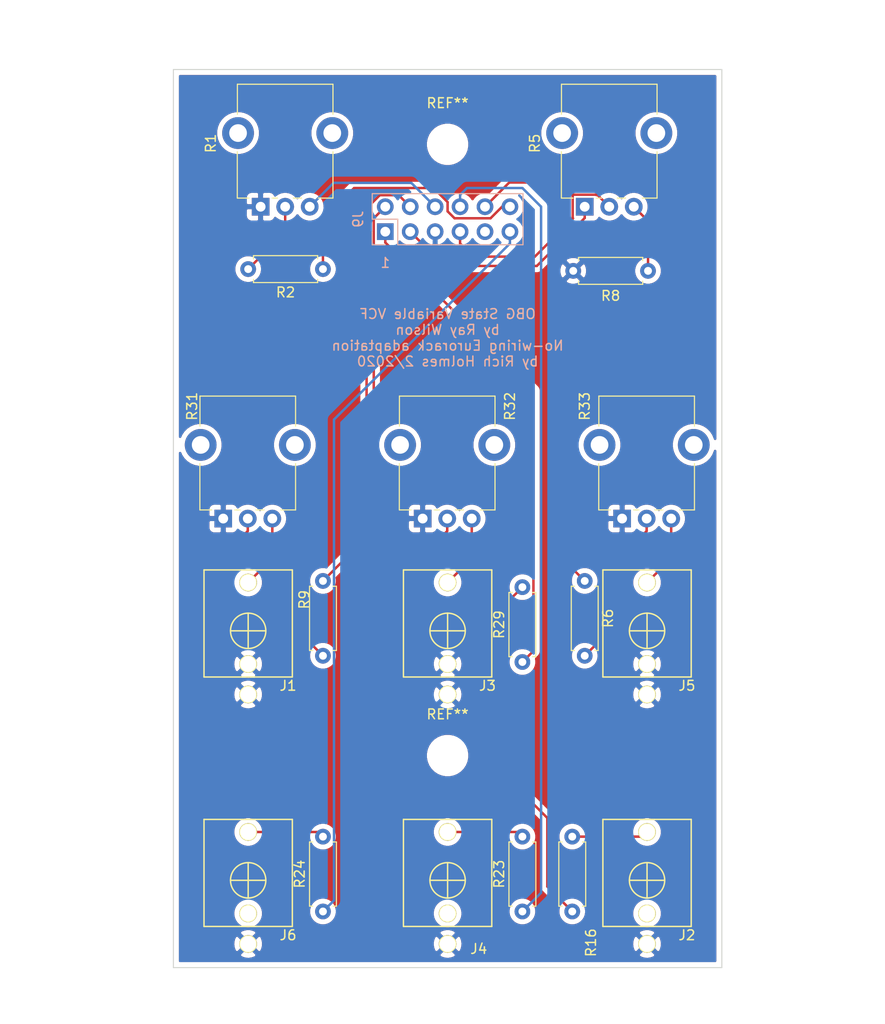
<source format=kicad_pcb>
(kicad_pcb (version 20171130) (host pcbnew 5.1.5-52549c5~84~ubuntu18.04.1)
  (layers (0 F.Cu signal) (31 B.Cu signal) (34 B.Paste user) (35 F.Paste user) (36 B.SilkS user) (37 F.SilkS user) (38 B.Mask user) (39 F.Mask user) (44 Edge.Cuts user))
  (net 0 "")
  (net 1 GND)
  (net 2 +12V)
  (net 3 SigIn)
  (net 4 HP)
  (net 5 "Net-(J2-Pad2)")
  (net 6 CVIn)
  (net 7 BP)
  (net 8 "Net-(J4-Pad2)")
  (net 9 LP)
  (net 10 "Net-(J6-Pad2)")
  (net 11 Res1)
  (net 12 "Net-(J1-Pad3)")
  (net 13 "Net-(J3-Pad3)")
  (net 14 "Net-(J5-Pad3)")
  (net 15 "Net-(J2-Pad3)")
  (net 16 "Net-(J4-Pad3)")
  (net 17 "Net-(J6-Pad3)")
  (net 18 "Net-(R1-Pad2)")
  (net 19 "Net-(R33-Pad2)")
  (net 20 "Net-(R31-Pad2)")
  (net 21 "Net-(R29-Pad2)")
  (net 22 Res2)
  (net 23 "R1(2)")
  (net 24 SigIn2)
  (net 25 "Net-(J9-Pad9)")
  (net 26 "Net-(R5-Pad3)")
  (module MountingHole:MountingHole_3.2mm_M3 (layer F.Cu) (at 139.7 133.35)
    (fp_text reference REF** (at 0 -4.2) (layer F.SilkS))
    (fp_text value MountingHole_3.2mm_M3)
    (pad 1 np_thru_hole circle (at 0 0) (size 3.2 3.2) (drill 3.2) (layers *.Cu *.Mask))
  )
  (module MountingHole:MountingHole_3.2mm_M3 (layer F.Cu) (at 139.7 71.12)
    (fp_text reference REF** (at 0 -4.2) (layer F.SilkS))
    (fp_text value MountingHole_3.2mm_M3)
    (pad 1 np_thru_hole circle (at 0 0) (size 3.2 3.2) (drill 3.2) (layers *.Cu *.Mask))
  )
  (module Resistor_THT:R_Axial_DIN0207_L6.3mm_D2.5mm_P7.62mm_Horizontal (layer F.Cu) (at 152.5 84)
    (fp_text reference R8 (at 3.81 2.54) (layer F.SilkS))
    (fp_text value 9.1k)
    (fp_line (start 7.08 1.37) (end 7.08 1.04) (layer F.SilkS) (width 0.12))
    (fp_line (start 0.54 1.37) (end 7.08 1.37) (layer F.SilkS) (width 0.12))
    (fp_line (start 0.54 1.04) (end 0.54 1.37) (layer F.SilkS) (width 0.12))
    (fp_line (start 7.08 -1.37) (end 7.08 -1.04) (layer F.SilkS) (width 0.12))
    (fp_line (start 0.54 -1.37) (end 7.08 -1.37) (layer F.SilkS) (width 0.12))
    (fp_line (start 0.54 -1.04) (end 0.54 -1.37) (layer F.SilkS) (width 0.12))
    (pad 2 thru_hole oval (at 7.62 0) (size 1.6 1.6) (drill 0.8) (layers *.Cu *.Mask) (net 26 "Net-(R5-Pad3)"))
    (pad 1 thru_hole circle (at 0 0) (size 1.6 1.6) (drill 0.8) (layers *.Cu *.Mask) (net 1 GND))
  )
  (module Eurocad:PJ301M-12 (layer F.Cu) (at 139.7 120.65)
    (fp_text reference J3 (at 4.064 5.588) (layer F.SilkS))
    (fp_text value AudioJack2)
    (fp_line (start -4.5 -6.2) (end 4.5 -6.2) (layer F.SilkS) (width 0.15))
    (fp_line (start -4.5 4.7) (end 4.5 4.7) (layer F.SilkS) (width 0.15))
    (fp_line (start -4.5 -6.2) (end -4.5 4.7) (layer F.SilkS) (width 0.15))
    (fp_line (start 4.5 -6.2) (end 4.5 4.7) (layer F.SilkS) (width 0.15))
    (fp_circle (center 0 0) (end 1.8 0) (layer F.SilkS) (width 0.15))
    (fp_line (start 0 -1.8) (end 0 1.8) (layer F.SilkS) (width 0.15))
    (fp_line (start -1.8 0) (end 1.8 0) (layer F.SilkS) (width 0.15))
    (pad 3 thru_hole circle (at 0 -4.92) (size 1.8 1.8) (drill 1.6) (layers *.Cu *.Mask F.SilkS) (net 13 "Net-(J3-Pad3)"))
    (pad 1 thru_hole circle (at 0 6.48) (size 1.8 1.8) (drill 1.6) (layers *.Cu *.Mask F.SilkS) (net 1 GND))
    (pad 2 thru_hole circle (at 0 3.38) (size 1.8 1.8) (drill 1.6) (layers *.Cu *.Mask F.SilkS) (net 1 GND))
  )
  (module Eurocad:PJ301M-12 (layer F.Cu) (at 119.38 120.65)
    (fp_text reference J1 (at 4.064 5.588) (layer F.SilkS))
    (fp_text value AudioJack2)
    (fp_line (start -4.5 -6.2) (end 4.5 -6.2) (layer F.SilkS) (width 0.15))
    (fp_line (start -4.5 4.7) (end 4.5 4.7) (layer F.SilkS) (width 0.15))
    (fp_line (start -4.5 -6.2) (end -4.5 4.7) (layer F.SilkS) (width 0.15))
    (fp_line (start 4.5 -6.2) (end 4.5 4.7) (layer F.SilkS) (width 0.15))
    (fp_circle (center 0 0) (end 1.8 0) (layer F.SilkS) (width 0.15))
    (fp_line (start 0 -1.8) (end 0 1.8) (layer F.SilkS) (width 0.15))
    (fp_line (start -1.8 0) (end 1.8 0) (layer F.SilkS) (width 0.15))
    (pad 3 thru_hole circle (at 0 -4.92) (size 1.8 1.8) (drill 1.6) (layers *.Cu *.Mask F.SilkS) (net 12 "Net-(J1-Pad3)"))
    (pad 1 thru_hole circle (at 0 6.48) (size 1.8 1.8) (drill 1.6) (layers *.Cu *.Mask F.SilkS) (net 1 GND))
    (pad 2 thru_hole circle (at 0 3.38) (size 1.8 1.8) (drill 1.6) (layers *.Cu *.Mask F.SilkS) (net 1 GND))
  )
  (module Connector_PinSocket_2.54mm:PinSocket_2x06_P2.54mm_Vertical (layer B.Cu) (at 133.35 80.01 270)
    (fp_text reference J9 (at -1.27 2.77 270) (layer B.SilkS) (effects (justify mirror)))
    (fp_text value Conn_02x06_Odd_Even)
    (fp_line (start 0 1.33) (end 1.33 1.33) (layer B.SilkS) (width 0.12))
    (fp_line (start 1.33 1.33) (end 1.33 0) (layer B.SilkS) (width 0.12))
    (fp_line (start -1.27 1.33) (end -1.27 -1.27) (layer B.SilkS) (width 0.12))
    (fp_line (start -1.27 -1.27) (end 1.33 -1.27) (layer B.SilkS) (width 0.12))
    (fp_line (start 1.33 -1.27) (end 1.33 -14.03) (layer B.SilkS) (width 0.12))
    (fp_line (start -3.87 -14.03) (end 1.33 -14.03) (layer B.SilkS) (width 0.12))
    (fp_line (start -3.87 1.33) (end -3.87 -14.03) (layer B.SilkS) (width 0.12))
    (fp_line (start -3.87 1.33) (end -1.27 1.33) (layer B.SilkS) (width 0.12))
    (pad 12 thru_hole oval (at -2.54 -12.7 270) (size 1.7 1.7) (drill 1) (layers *.Cu *.Mask) (net 23 "R1(2)"))
    (pad 11 thru_hole oval (at 0 -12.7 270) (size 1.7 1.7) (drill 1) (layers *.Cu *.Mask) (net 9 LP))
    (pad 10 thru_hole oval (at -2.54 -10.16 270) (size 1.7 1.7) (drill 1) (layers *.Cu *.Mask) (net 6 CVIn))
    (pad 9 thru_hole oval (at 0 -10.16 270) (size 1.7 1.7) (drill 1) (layers *.Cu *.Mask) (net 25 "Net-(J9-Pad9)"))
    (pad 8 thru_hole oval (at -2.54 -7.62 270) (size 1.7 1.7) (drill 1) (layers *.Cu *.Mask) (net 7 BP))
    (pad 7 thru_hole oval (at 0 -7.62 270) (size 1.7 1.7) (drill 1) (layers *.Cu *.Mask) (net 11 Res1))
    (pad 6 thru_hole oval (at -2.54 -5.08 270) (size 1.7 1.7) (drill 1) (layers *.Cu *.Mask) (net 2 +12V))
    (pad 5 thru_hole oval (at 0 -5.08 270) (size 1.7 1.7) (drill 1) (layers *.Cu *.Mask) (net 1 GND))
    (pad 4 thru_hole oval (at -2.54 -2.54 270) (size 1.7 1.7) (drill 1) (layers *.Cu *.Mask) (net 3 SigIn))
    (pad 3 thru_hole oval (at 0 -2.54 270) (size 1.7 1.7) (drill 1) (layers *.Cu *.Mask) (net 22 Res2))
    (pad 2 thru_hole oval (at -2.54 0 270) (size 1.7 1.7) (drill 1) (layers *.Cu *.Mask) (net 4 HP))
    (pad 1 thru_hole rect (at 0 0 270) (size 1.7 1.7) (drill 1) (layers *.Cu *.Mask) (net 24 SigIn2))
  )
  (module Potentiometer_THT:Potentiometer_Alpha_RD901F-40-00D_Single_Vertical_CircularHoles (layer F.Cu) (at 157.48 109.22 90)
    (fp_text reference R33 (at 11.43 -3.81 270) (layer F.SilkS))
    (fp_text value 100k)
    (fp_line (start 0.88 4.16) (end 0.88 3.33) (layer F.SilkS) (width 0.12))
    (fp_line (start 0.88 1.71) (end 0.88 1.18) (layer F.SilkS) (width 0.12))
    (fp_line (start 0.88 -1.19) (end 0.88 -2.37) (layer F.SilkS) (width 0.12))
    (fp_line (start 0.88 7.37) (end 5.6 7.37) (layer F.SilkS) (width 0.12))
    (fp_line (start 9.41 -2.37) (end 12.47 -2.37) (layer F.SilkS) (width 0.12))
    (fp_line (start 0.88 -2.38) (end 5.6 -2.38) (layer F.SilkS) (width 0.12))
    (fp_line (start 9.41 7.37) (end 12.47 7.37) (layer F.SilkS) (width 0.12))
    (fp_line (start 0.88 7.37) (end 0.88 5.88) (layer F.SilkS) (width 0.12))
    (fp_line (start 12.47 7.37) (end 12.47 -2.37) (layer F.SilkS) (width 0.12))
    (pad "" thru_hole circle (at 7.5 -2.3 180) (size 3.24 3.24) (drill 1.8) (layers *.Cu *.Mask))
    (pad "" thru_hole circle (at 7.5 7.3 180) (size 3.24 3.24) (drill 1.8) (layers *.Cu *.Mask))
    (pad 3 thru_hole circle (at 0 5 180) (size 1.8 1.8) (drill 1) (layers *.Cu *.Mask) (net 14 "Net-(J5-Pad3)"))
    (pad 2 thru_hole circle (at 0 2.5 180) (size 1.8 1.8) (drill 1) (layers *.Cu *.Mask) (net 19 "Net-(R33-Pad2)"))
    (pad 1 thru_hole rect (at 0 0 180) (size 1.8 1.8) (drill 1) (layers *.Cu *.Mask) (net 1 GND))
  )
  (module Potentiometer_THT:Potentiometer_Alpha_RD901F-40-00D_Single_Vertical_CircularHoles (layer F.Cu) (at 137.16 109.22 90)
    (fp_text reference R32 (at 11.43 8.89 270) (layer F.SilkS))
    (fp_text value 100k)
    (fp_line (start 0.88 4.16) (end 0.88 3.33) (layer F.SilkS) (width 0.12))
    (fp_line (start 0.88 1.71) (end 0.88 1.18) (layer F.SilkS) (width 0.12))
    (fp_line (start 0.88 -1.19) (end 0.88 -2.37) (layer F.SilkS) (width 0.12))
    (fp_line (start 0.88 7.37) (end 5.6 7.37) (layer F.SilkS) (width 0.12))
    (fp_line (start 9.41 -2.37) (end 12.47 -2.37) (layer F.SilkS) (width 0.12))
    (fp_line (start 0.88 -2.38) (end 5.6 -2.38) (layer F.SilkS) (width 0.12))
    (fp_line (start 9.41 7.37) (end 12.47 7.37) (layer F.SilkS) (width 0.12))
    (fp_line (start 0.88 7.37) (end 0.88 5.88) (layer F.SilkS) (width 0.12))
    (fp_line (start 12.47 7.37) (end 12.47 -2.37) (layer F.SilkS) (width 0.12))
    (pad "" thru_hole circle (at 7.5 -2.3 180) (size 3.24 3.24) (drill 1.8) (layers *.Cu *.Mask))
    (pad "" thru_hole circle (at 7.5 7.3 180) (size 3.24 3.24) (drill 1.8) (layers *.Cu *.Mask))
    (pad 3 thru_hole circle (at 0 5 180) (size 1.8 1.8) (drill 1) (layers *.Cu *.Mask) (net 13 "Net-(J3-Pad3)"))
    (pad 2 thru_hole circle (at 0 2.5 180) (size 1.8 1.8) (drill 1) (layers *.Cu *.Mask) (net 21 "Net-(R29-Pad2)"))
    (pad 1 thru_hole rect (at 0 0 180) (size 1.8 1.8) (drill 1) (layers *.Cu *.Mask) (net 1 GND))
  )
  (module Potentiometer_THT:Potentiometer_Alpha_RD901F-40-00D_Single_Vertical_CircularHoles (layer F.Cu) (at 116.84 109.22 90)
    (fp_text reference R31 (at 11.43 -3.175 270) (layer F.SilkS))
    (fp_text value 100k)
    (fp_line (start 0.88 4.16) (end 0.88 3.33) (layer F.SilkS) (width 0.12))
    (fp_line (start 0.88 1.71) (end 0.88 1.18) (layer F.SilkS) (width 0.12))
    (fp_line (start 0.88 -1.19) (end 0.88 -2.37) (layer F.SilkS) (width 0.12))
    (fp_line (start 0.88 7.37) (end 5.6 7.37) (layer F.SilkS) (width 0.12))
    (fp_line (start 9.41 -2.37) (end 12.47 -2.37) (layer F.SilkS) (width 0.12))
    (fp_line (start 0.88 -2.38) (end 5.6 -2.38) (layer F.SilkS) (width 0.12))
    (fp_line (start 9.41 7.37) (end 12.47 7.37) (layer F.SilkS) (width 0.12))
    (fp_line (start 0.88 7.37) (end 0.88 5.88) (layer F.SilkS) (width 0.12))
    (fp_line (start 12.47 7.37) (end 12.47 -2.37) (layer F.SilkS) (width 0.12))
    (pad "" thru_hole circle (at 7.5 -2.3 180) (size 3.24 3.24) (drill 1.8) (layers *.Cu *.Mask))
    (pad "" thru_hole circle (at 7.5 7.3 180) (size 3.24 3.24) (drill 1.8) (layers *.Cu *.Mask))
    (pad 3 thru_hole circle (at 0 5 180) (size 1.8 1.8) (drill 1) (layers *.Cu *.Mask) (net 12 "Net-(J1-Pad3)"))
    (pad 2 thru_hole circle (at 0 2.5 180) (size 1.8 1.8) (drill 1) (layers *.Cu *.Mask) (net 20 "Net-(R31-Pad2)"))
    (pad 1 thru_hole rect (at 0 0 180) (size 1.8 1.8) (drill 1) (layers *.Cu *.Mask) (net 1 GND))
  )
  (module Resistor_THT:R_Axial_DIN0207_L6.3mm_D2.5mm_P7.62mm_Horizontal (layer F.Cu) (at 147.32 123.825 90)
    (fp_text reference R29 (at 3.81 -2.37 90) (layer F.SilkS))
    (fp_text value 270k)
    (fp_line (start 7.08 1.37) (end 7.08 1.04) (layer F.SilkS) (width 0.12))
    (fp_line (start 0.54 1.37) (end 7.08 1.37) (layer F.SilkS) (width 0.12))
    (fp_line (start 0.54 1.04) (end 0.54 1.37) (layer F.SilkS) (width 0.12))
    (fp_line (start 7.08 -1.37) (end 7.08 -1.04) (layer F.SilkS) (width 0.12))
    (fp_line (start 0.54 -1.37) (end 7.08 -1.37) (layer F.SilkS) (width 0.12))
    (fp_line (start 0.54 -1.04) (end 0.54 -1.37) (layer F.SilkS) (width 0.12))
    (pad 2 thru_hole oval (at 7.62 0 90) (size 1.6 1.6) (drill 0.8) (layers *.Cu *.Mask) (net 21 "Net-(R29-Pad2)"))
    (pad 1 thru_hole circle (at 0 0 90) (size 1.6 1.6) (drill 0.8) (layers *.Cu *.Mask) (net 24 SigIn2))
  )
  (module Potentiometer_THT:Potentiometer_Alpha_RD901F-40-00D_Single_Vertical_CircularHoles (layer F.Cu) (at 153.67 77.47 90)
    (fp_text reference R5 (at 6.45 -5.08 270) (layer F.SilkS))
    (fp_text value 100k)
    (fp_line (start 0.88 4.16) (end 0.88 3.33) (layer F.SilkS) (width 0.12))
    (fp_line (start 0.88 1.71) (end 0.88 1.18) (layer F.SilkS) (width 0.12))
    (fp_line (start 0.88 -1.19) (end 0.88 -2.37) (layer F.SilkS) (width 0.12))
    (fp_line (start 0.88 7.37) (end 5.6 7.37) (layer F.SilkS) (width 0.12))
    (fp_line (start 9.41 -2.37) (end 12.47 -2.37) (layer F.SilkS) (width 0.12))
    (fp_line (start 0.88 -2.38) (end 5.6 -2.38) (layer F.SilkS) (width 0.12))
    (fp_line (start 9.41 7.37) (end 12.47 7.37) (layer F.SilkS) (width 0.12))
    (fp_line (start 0.88 7.37) (end 0.88 5.88) (layer F.SilkS) (width 0.12))
    (fp_line (start 12.47 7.37) (end 12.47 -2.37) (layer F.SilkS) (width 0.12))
    (pad "" thru_hole circle (at 7.5 -2.3 180) (size 3.24 3.24) (drill 1.8) (layers *.Cu *.Mask))
    (pad "" thru_hole circle (at 7.5 7.3 180) (size 3.24 3.24) (drill 1.8) (layers *.Cu *.Mask))
    (pad 3 thru_hole circle (at 0 5 180) (size 1.8 1.8) (drill 1) (layers *.Cu *.Mask) (net 26 "Net-(R5-Pad3)"))
    (pad 2 thru_hole circle (at 0 2.5 180) (size 1.8 1.8) (drill 1) (layers *.Cu *.Mask) (net 11 Res1))
    (pad 1 thru_hole rect (at 0 0 180) (size 1.8 1.8) (drill 1) (layers *.Cu *.Mask) (net 22 Res2))
  )
  (module Potentiometer_THT:Potentiometer_Alpha_RD901F-40-00D_Single_Vertical_CircularHoles (layer F.Cu) (at 120.65 77.47 90)
    (fp_text reference R1 (at 6.45 -5.08 270) (layer F.SilkS))
    (fp_text value 100k)
    (fp_line (start 0.88 4.16) (end 0.88 3.33) (layer F.SilkS) (width 0.12))
    (fp_line (start 0.88 1.71) (end 0.88 1.18) (layer F.SilkS) (width 0.12))
    (fp_line (start 0.88 -1.19) (end 0.88 -2.37) (layer F.SilkS) (width 0.12))
    (fp_line (start 0.88 7.37) (end 5.6 7.37) (layer F.SilkS) (width 0.12))
    (fp_line (start 9.41 -2.37) (end 12.47 -2.37) (layer F.SilkS) (width 0.12))
    (fp_line (start 0.88 -2.38) (end 5.6 -2.38) (layer F.SilkS) (width 0.12))
    (fp_line (start 9.41 7.37) (end 12.47 7.37) (layer F.SilkS) (width 0.12))
    (fp_line (start 0.88 7.37) (end 0.88 5.88) (layer F.SilkS) (width 0.12))
    (fp_line (start 12.47 7.37) (end 12.47 -2.37) (layer F.SilkS) (width 0.12))
    (pad "" thru_hole circle (at 7.5 -2.3 180) (size 3.24 3.24) (drill 1.8) (layers *.Cu *.Mask))
    (pad "" thru_hole circle (at 7.5 7.3 180) (size 3.24 3.24) (drill 1.8) (layers *.Cu *.Mask))
    (pad 3 thru_hole circle (at 0 5 180) (size 1.8 1.8) (drill 1) (layers *.Cu *.Mask) (net 2 +12V))
    (pad 2 thru_hole circle (at 0 2.5 180) (size 1.8 1.8) (drill 1) (layers *.Cu *.Mask) (net 18 "Net-(R1-Pad2)"))
    (pad 1 thru_hole rect (at 0 0 180) (size 1.8 1.8) (drill 1) (layers *.Cu *.Mask) (net 1 GND))
  )
  (module Eurocad:PJ301M-12 (layer F.Cu) (at 119.38 146.05)
    (fp_text reference J6 (at 4.064 5.588) (layer F.SilkS))
    (fp_text value AudioJack2)
    (fp_line (start -4.5 -6.2) (end 4.5 -6.2) (layer F.SilkS) (width 0.15))
    (fp_line (start -4.5 4.7) (end 4.5 4.7) (layer F.SilkS) (width 0.15))
    (fp_line (start -4.5 -6.2) (end -4.5 4.7) (layer F.SilkS) (width 0.15))
    (fp_line (start 4.5 -6.2) (end 4.5 4.7) (layer F.SilkS) (width 0.15))
    (fp_circle (center 0 0) (end 1.8 0) (layer F.SilkS) (width 0.15))
    (fp_line (start 0 -1.8) (end 0 1.8) (layer F.SilkS) (width 0.15))
    (fp_line (start -1.8 0) (end 1.8 0) (layer F.SilkS) (width 0.15))
    (pad 3 thru_hole circle (at 0 -4.92) (size 1.8 1.8) (drill 1.6) (layers *.Cu *.Mask F.SilkS) (net 17 "Net-(J6-Pad3)"))
    (pad 1 thru_hole circle (at 0 6.48) (size 1.8 1.8) (drill 1.6) (layers *.Cu *.Mask F.SilkS) (net 1 GND))
    (pad 2 thru_hole circle (at 0 3.38) (size 1.8 1.8) (drill 1.6) (layers *.Cu *.Mask F.SilkS) (net 10 "Net-(J6-Pad2)"))
  )
  (module Eurocad:PJ301M-12 (layer F.Cu) (at 160.02 120.65)
    (fp_text reference J5 (at 4.064 5.588) (layer F.SilkS))
    (fp_text value AudioJack2)
    (fp_line (start -4.5 -6.2) (end 4.5 -6.2) (layer F.SilkS) (width 0.15))
    (fp_line (start -4.5 4.7) (end 4.5 4.7) (layer F.SilkS) (width 0.15))
    (fp_line (start -4.5 -6.2) (end -4.5 4.7) (layer F.SilkS) (width 0.15))
    (fp_line (start 4.5 -6.2) (end 4.5 4.7) (layer F.SilkS) (width 0.15))
    (fp_circle (center 0 0) (end 1.8 0) (layer F.SilkS) (width 0.15))
    (fp_line (start 0 -1.8) (end 0 1.8) (layer F.SilkS) (width 0.15))
    (fp_line (start -1.8 0) (end 1.8 0) (layer F.SilkS) (width 0.15))
    (pad 3 thru_hole circle (at 0 -4.92) (size 1.8 1.8) (drill 1.6) (layers *.Cu *.Mask F.SilkS) (net 14 "Net-(J5-Pad3)"))
    (pad 1 thru_hole circle (at 0 6.48) (size 1.8 1.8) (drill 1.6) (layers *.Cu *.Mask F.SilkS) (net 1 GND))
    (pad 2 thru_hole circle (at 0 3.38) (size 1.8 1.8) (drill 1.6) (layers *.Cu *.Mask F.SilkS) (net 1 GND))
  )
  (module Eurocad:PJ301M-12 (layer F.Cu) (at 139.7 146.05)
    (fp_text reference J4 (at 3.175 6.985) (layer F.SilkS))
    (fp_text value AudioJack2)
    (fp_line (start -4.5 -6.2) (end 4.5 -6.2) (layer F.SilkS) (width 0.15))
    (fp_line (start -4.5 4.7) (end 4.5 4.7) (layer F.SilkS) (width 0.15))
    (fp_line (start -4.5 -6.2) (end -4.5 4.7) (layer F.SilkS) (width 0.15))
    (fp_line (start 4.5 -6.2) (end 4.5 4.7) (layer F.SilkS) (width 0.15))
    (fp_circle (center 0 0) (end 1.8 0) (layer F.SilkS) (width 0.15))
    (fp_line (start 0 -1.8) (end 0 1.8) (layer F.SilkS) (width 0.15))
    (fp_line (start -1.8 0) (end 1.8 0) (layer F.SilkS) (width 0.15))
    (pad 3 thru_hole circle (at 0 -4.92) (size 1.8 1.8) (drill 1.6) (layers *.Cu *.Mask F.SilkS) (net 16 "Net-(J4-Pad3)"))
    (pad 1 thru_hole circle (at 0 6.48) (size 1.8 1.8) (drill 1.6) (layers *.Cu *.Mask F.SilkS) (net 1 GND))
    (pad 2 thru_hole circle (at 0 3.38) (size 1.8 1.8) (drill 1.6) (layers *.Cu *.Mask F.SilkS) (net 8 "Net-(J4-Pad2)"))
  )
  (module Eurocad:PJ301M-12 (layer F.Cu) (at 160.02 146.05)
    (fp_text reference J2 (at 4.064 5.588) (layer F.SilkS))
    (fp_text value AudioJack2)
    (fp_line (start -4.5 -6.2) (end 4.5 -6.2) (layer F.SilkS) (width 0.15))
    (fp_line (start -4.5 4.7) (end 4.5 4.7) (layer F.SilkS) (width 0.15))
    (fp_line (start -4.5 -6.2) (end -4.5 4.7) (layer F.SilkS) (width 0.15))
    (fp_line (start 4.5 -6.2) (end 4.5 4.7) (layer F.SilkS) (width 0.15))
    (fp_circle (center 0 0) (end 1.8 0) (layer F.SilkS) (width 0.15))
    (fp_line (start 0 -1.8) (end 0 1.8) (layer F.SilkS) (width 0.15))
    (fp_line (start -1.8 0) (end 1.8 0) (layer F.SilkS) (width 0.15))
    (pad 3 thru_hole circle (at 0 -4.92) (size 1.8 1.8) (drill 1.6) (layers *.Cu *.Mask F.SilkS) (net 15 "Net-(J2-Pad3)"))
    (pad 1 thru_hole circle (at 0 6.48) (size 1.8 1.8) (drill 1.6) (layers *.Cu *.Mask F.SilkS) (net 1 GND))
    (pad 2 thru_hole circle (at 0 3.38) (size 1.8 1.8) (drill 1.6) (layers *.Cu *.Mask F.SilkS) (net 5 "Net-(J2-Pad2)"))
  )
  (module Resistor_THT:R_Axial_DIN0207_L6.3mm_D2.5mm_P7.62mm_Horizontal (layer F.Cu) (at 127 149.225 90)
    (fp_text reference R24 (at 3.81 -2.37 90) (layer F.SilkS))
    (fp_text value 1k)
    (fp_line (start 7.08 1.37) (end 7.08 1.04) (layer F.SilkS) (width 0.12))
    (fp_line (start 0.54 1.37) (end 7.08 1.37) (layer F.SilkS) (width 0.12))
    (fp_line (start 0.54 1.04) (end 0.54 1.37) (layer F.SilkS) (width 0.12))
    (fp_line (start 7.08 -1.37) (end 7.08 -1.04) (layer F.SilkS) (width 0.12))
    (fp_line (start 0.54 -1.37) (end 7.08 -1.37) (layer F.SilkS) (width 0.12))
    (fp_line (start 0.54 -1.04) (end 0.54 -1.37) (layer F.SilkS) (width 0.12))
    (pad 2 thru_hole oval (at 7.62 0 90) (size 1.6 1.6) (drill 0.8) (layers *.Cu *.Mask) (net 17 "Net-(J6-Pad3)"))
    (pad 1 thru_hole circle (at 0 0 90) (size 1.6 1.6) (drill 0.8) (layers *.Cu *.Mask) (net 9 LP))
  )
  (module Resistor_THT:R_Axial_DIN0207_L6.3mm_D2.5mm_P7.62mm_Horizontal (layer F.Cu) (at 147.32 149.225 90)
    (fp_text reference R23 (at 3.81 -2.37 90) (layer F.SilkS))
    (fp_text value 1k)
    (fp_line (start 7.08 1.37) (end 7.08 1.04) (layer F.SilkS) (width 0.12))
    (fp_line (start 0.54 1.37) (end 7.08 1.37) (layer F.SilkS) (width 0.12))
    (fp_line (start 0.54 1.04) (end 0.54 1.37) (layer F.SilkS) (width 0.12))
    (fp_line (start 7.08 -1.37) (end 7.08 -1.04) (layer F.SilkS) (width 0.12))
    (fp_line (start 0.54 -1.37) (end 7.08 -1.37) (layer F.SilkS) (width 0.12))
    (fp_line (start 0.54 -1.04) (end 0.54 -1.37) (layer F.SilkS) (width 0.12))
    (pad 2 thru_hole oval (at 7.62 0 90) (size 1.6 1.6) (drill 0.8) (layers *.Cu *.Mask) (net 16 "Net-(J4-Pad3)"))
    (pad 1 thru_hole circle (at 0 0 90) (size 1.6 1.6) (drill 0.8) (layers *.Cu *.Mask) (net 7 BP))
  )
  (module Resistor_THT:R_Axial_DIN0207_L6.3mm_D2.5mm_P7.62mm_Horizontal (layer F.Cu) (at 152.4 141.605 270)
    (fp_text reference R16 (at 10.795 -1.905 90) (layer F.SilkS))
    (fp_text value 1k)
    (fp_line (start 7.08 1.37) (end 7.08 1.04) (layer F.SilkS) (width 0.12))
    (fp_line (start 0.54 1.37) (end 7.08 1.37) (layer F.SilkS) (width 0.12))
    (fp_line (start 0.54 1.04) (end 0.54 1.37) (layer F.SilkS) (width 0.12))
    (fp_line (start 7.08 -1.37) (end 7.08 -1.04) (layer F.SilkS) (width 0.12))
    (fp_line (start 0.54 -1.37) (end 7.08 -1.37) (layer F.SilkS) (width 0.12))
    (fp_line (start 0.54 -1.04) (end 0.54 -1.37) (layer F.SilkS) (width 0.12))
    (pad 2 thru_hole oval (at 7.62 0 270) (size 1.6 1.6) (drill 0.8) (layers *.Cu *.Mask) (net 4 HP))
    (pad 1 thru_hole circle (at 0 0 270) (size 1.6 1.6) (drill 0.8) (layers *.Cu *.Mask) (net 15 "Net-(J2-Pad3)"))
  )
  (module Resistor_THT:R_Axial_DIN0207_L6.3mm_D2.5mm_P7.62mm_Horizontal (layer F.Cu) (at 127 115.57 270)
    (fp_text reference R9 (at 1.905 1.905 90) (layer F.SilkS))
    (fp_text value 270k)
    (fp_line (start 7.08 1.37) (end 7.08 1.04) (layer F.SilkS) (width 0.12))
    (fp_line (start 0.54 1.37) (end 7.08 1.37) (layer F.SilkS) (width 0.12))
    (fp_line (start 0.54 1.04) (end 0.54 1.37) (layer F.SilkS) (width 0.12))
    (fp_line (start 7.08 -1.37) (end 7.08 -1.04) (layer F.SilkS) (width 0.12))
    (fp_line (start 0.54 -1.37) (end 7.08 -1.37) (layer F.SilkS) (width 0.12))
    (fp_line (start 0.54 -1.04) (end 0.54 -1.37) (layer F.SilkS) (width 0.12))
    (pad 2 thru_hole oval (at 7.62 0 270) (size 1.6 1.6) (drill 0.8) (layers *.Cu *.Mask) (net 20 "Net-(R31-Pad2)"))
    (pad 1 thru_hole circle (at 0 0 270) (size 1.6 1.6) (drill 0.8) (layers *.Cu *.Mask) (net 3 SigIn))
  )
  (module Resistor_THT:R_Axial_DIN0207_L6.3mm_D2.5mm_P7.62mm_Horizontal (layer F.Cu) (at 153.67 115.57 270)
    (fp_text reference R6 (at 3.81 -2.37 90) (layer F.SilkS))
    (fp_text value 100k)
    (fp_line (start 7.08 1.37) (end 7.08 1.04) (layer F.SilkS) (width 0.12))
    (fp_line (start 0.54 1.37) (end 7.08 1.37) (layer F.SilkS) (width 0.12))
    (fp_line (start 0.54 1.04) (end 0.54 1.37) (layer F.SilkS) (width 0.12))
    (fp_line (start 7.08 -1.37) (end 7.08 -1.04) (layer F.SilkS) (width 0.12))
    (fp_line (start 0.54 -1.37) (end 7.08 -1.37) (layer F.SilkS) (width 0.12))
    (fp_line (start 0.54 -1.04) (end 0.54 -1.37) (layer F.SilkS) (width 0.12))
    (pad 2 thru_hole oval (at 7.62 0 270) (size 1.6 1.6) (drill 0.8) (layers *.Cu *.Mask) (net 19 "Net-(R33-Pad2)"))
    (pad 1 thru_hole circle (at 0 0 270) (size 1.6 1.6) (drill 0.8) (layers *.Cu *.Mask) (net 6 CVIn))
  )
  (module Resistor_THT:R_Axial_DIN0207_L6.3mm_D2.5mm_P7.62mm_Horizontal (layer F.Cu) (at 127 83.82 180)
    (fp_text reference R2 (at 3.81 -2.37) (layer F.SilkS))
    (fp_text value 100k)
    (fp_line (start 7.08 1.37) (end 7.08 1.04) (layer F.SilkS) (width 0.12))
    (fp_line (start 0.54 1.37) (end 7.08 1.37) (layer F.SilkS) (width 0.12))
    (fp_line (start 0.54 1.04) (end 0.54 1.37) (layer F.SilkS) (width 0.12))
    (fp_line (start 7.08 -1.37) (end 7.08 -1.04) (layer F.SilkS) (width 0.12))
    (fp_line (start 0.54 -1.37) (end 7.08 -1.37) (layer F.SilkS) (width 0.12))
    (fp_line (start 0.54 -1.04) (end 0.54 -1.37) (layer F.SilkS) (width 0.12))
    (pad 2 thru_hole oval (at 7.62 0 180) (size 1.6 1.6) (drill 0.8) (layers *.Cu *.Mask) (net 18 "Net-(R1-Pad2)"))
    (pad 1 thru_hole circle (at 0 0 180) (size 1.6 1.6) (drill 0.8) (layers *.Cu *.Mask) (net 23 "R1(2)"))
  )
  (gr_text "OBG State Variable VCF\nby Ray Wilson\nNo-wiring Eurorack adaptation\nby Rich Holmes 2/2020" (at 139.7 90.805) (layer B.SilkS) (effects (font (size 1 1)) (justify mirror)))
  (gr_text 1 (at 133.35 83.185) (layer B.SilkS) (effects (font (size 1 1)) (justify mirror)))
  (gr_line (start 111.76 154.94) (end 111.76 63.5) (layer Edge.Cuts) (width 0.1))
  (gr_line (start 167.64 154.94) (end 111.76 154.94) (layer Edge.Cuts) (width 0.1))
  (gr_line (start 167.64 63.5) (end 167.64 154.94) (layer Edge.Cuts) (width 0.1))
  (gr_line (start 111.76 63.5) (end 167.64 63.5) (layer Edge.Cuts) (width 0.1))
  (segment (start 138.43 77.47) (end 136 75.04) (width 0.25) (layer B.Cu) (net 2))
  (segment (start 128.08 75.04) (end 125.65 77.47) (width 0.25) (layer B.Cu) (net 2))
  (segment (start 136 75.04) (end 128.08 75.04) (width 0.25) (layer B.Cu) (net 2))
  (segment (start 131.445 111.125) (end 127 115.57) (width 0.25) (layer F.Cu) (net 3))
  (segment (start 131.445 77.635998) (end 131.445 111.125) (width 0.25) (layer F.Cu) (net 3))
  (segment (start 132.785999 76.294999) (end 131.445 77.635998) (width 0.25) (layer F.Cu) (net 3))
  (segment (start 135.89 77.47) (end 134.714999 76.294999) (width 0.25) (layer F.Cu) (net 3))
  (segment (start 134.714999 76.294999) (end 132.785999 76.294999) (width 0.25) (layer F.Cu) (net 3))
  (segment (start 149.86 146.685) (end 152.4 149.225) (width 0.25) (layer F.Cu) (net 4))
  (segment (start 133.35 77.47) (end 132.174999 78.645001) (width 0.25) (layer F.Cu) (net 4))
  (segment (start 149.86 139.7) (end 149.86 146.685) (width 0.25) (layer F.Cu) (net 4))
  (segment (start 132.174999 122.014999) (end 149.86 139.7) (width 0.25) (layer F.Cu) (net 4))
  (segment (start 132.174999 78.645001) (end 132.174999 122.014999) (width 0.25) (layer F.Cu) (net 4))
  (segment (start 143.51 77.47) (end 145.98 75) (width 0.25) (layer F.Cu) (net 6))
  (segment (start 145.98 75) (end 161.5 75) (width 0.25) (layer F.Cu) (net 6))
  (segment (start 161.5 75) (end 164 77.5) (width 0.25) (layer F.Cu) (net 6))
  (segment (start 164 86.13641) (end 152.63641 97.5) (width 0.25) (layer F.Cu) (net 6))
  (segment (start 164 77.5) (end 164 86.13641) (width 0.25) (layer F.Cu) (net 6))
  (segment (start 152.63641 114.53641) (end 153.67 115.57) (width 0.25) (layer F.Cu) (net 6))
  (segment (start 152.63641 97.5) (end 152.63641 114.53641) (width 0.25) (layer F.Cu) (net 6))
  (segment (start 149.225 147.32) (end 147.32 149.225) (width 0.25) (layer B.Cu) (net 7))
  (segment (start 149.225 77.47) (end 149.225 147.32) (width 0.25) (layer B.Cu) (net 7))
  (segment (start 140.97 77.47) (end 140.97 76.267919) (width 0.25) (layer B.Cu) (net 7))
  (segment (start 140.97 76.267919) (end 141.672919 75.565) (width 0.25) (layer B.Cu) (net 7))
  (segment (start 141.672919 75.565) (end 147.32 75.565) (width 0.25) (layer B.Cu) (net 7))
  (segment (start 147.32 75.565) (end 149.225 77.47) (width 0.25) (layer B.Cu) (net 7))
  (segment (start 128.125001 148.099999) (end 127 149.225) (width 0.25) (layer B.Cu) (net 9))
  (segment (start 128.125001 99.13708) (end 128.125001 148.099999) (width 0.25) (layer B.Cu) (net 9))
  (segment (start 146.05 81.212081) (end 128.125001 99.13708) (width 0.25) (layer B.Cu) (net 9))
  (segment (start 146.05 80.01) (end 146.05 81.212081) (width 0.25) (layer B.Cu) (net 9))
  (segment (start 154.944999 76.244999) (end 156.17 77.47) (width 0.25) (layer F.Cu) (net 11))
  (segment (start 154.895001 76.244999) (end 154.944999 76.244999) (width 0.25) (layer F.Cu) (net 11))
  (segment (start 154.862501 76.277499) (end 154.895001 76.244999) (width 0.25) (layer F.Cu) (net 11))
  (segment (start 154.830001 76.244999) (end 154.862501 76.277499) (width 0.25) (layer F.Cu) (net 11))
  (segment (start 140.97 81.212081) (end 142.307919 82.55) (width 0.25) (layer F.Cu) (net 11))
  (segment (start 152.444999 76.309999) (end 152.509999 76.244999) (width 0.25) (layer F.Cu) (net 11))
  (segment (start 140.97 80.01) (end 140.97 81.212081) (width 0.25) (layer F.Cu) (net 11))
  (segment (start 152.509999 76.244999) (end 154.830001 76.244999) (width 0.25) (layer F.Cu) (net 11))
  (segment (start 148.59 82.55) (end 152.477499 78.662501) (width 0.25) (layer F.Cu) (net 11))
  (segment (start 142.307919 82.55) (end 148.59 82.55) (width 0.25) (layer F.Cu) (net 11))
  (segment (start 152.444999 78.630001) (end 152.444999 76.309999) (width 0.25) (layer F.Cu) (net 11))
  (segment (start 152.477499 78.662501) (end 152.444999 78.630001) (width 0.25) (layer F.Cu) (net 11))
  (segment (start 121.84 113.27) (end 119.38 115.73) (width 0.25) (layer F.Cu) (net 12))
  (segment (start 121.84 109.22) (end 121.84 113.27) (width 0.25) (layer F.Cu) (net 12))
  (segment (start 142.16 113.27) (end 142.16 109.22) (width 0.25) (layer F.Cu) (net 13))
  (segment (start 139.7 115.73) (end 142.16 113.27) (width 0.25) (layer F.Cu) (net 13))
  (segment (start 162.48 113.27) (end 160.02 115.73) (width 0.25) (layer F.Cu) (net 14))
  (segment (start 162.48 109.22) (end 162.48 113.27) (width 0.25) (layer F.Cu) (net 14))
  (segment (start 159.545 141.605) (end 160.02 141.13) (width 0.25) (layer F.Cu) (net 15))
  (segment (start 152.4 141.605) (end 159.545 141.605) (width 0.25) (layer F.Cu) (net 15))
  (segment (start 146.845 141.13) (end 147.32 141.605) (width 0.25) (layer F.Cu) (net 16))
  (segment (start 139.7 141.13) (end 146.845 141.13) (width 0.25) (layer F.Cu) (net 16))
  (segment (start 126.525 141.13) (end 127 141.605) (width 0.25) (layer F.Cu) (net 17))
  (segment (start 119.38 141.13) (end 126.525 141.13) (width 0.25) (layer F.Cu) (net 17))
  (segment (start 123.15 80.05) (end 119.38 83.82) (width 0.25) (layer F.Cu) (net 18))
  (segment (start 123.15 77.47) (end 123.15 80.05) (width 0.25) (layer F.Cu) (net 18))
  (segment (start 154.305 123.19) (end 153.67 123.19) (width 0.25) (layer F.Cu) (net 19))
  (segment (start 159.98 110.492792) (end 156.5 113.972792) (width 0.25) (layer F.Cu) (net 19))
  (segment (start 159.98 109.22) (end 159.98 110.492792) (width 0.25) (layer F.Cu) (net 19))
  (segment (start 156.5 120.36) (end 153.67 123.19) (width 0.25) (layer F.Cu) (net 19))
  (segment (start 156.5 113.972792) (end 156.5 120.36) (width 0.25) (layer F.Cu) (net 19))
  (segment (start 119.34 110.492792) (end 117 112.832792) (width 0.25) (layer F.Cu) (net 20))
  (segment (start 119.34 109.22) (end 119.34 110.492792) (width 0.25) (layer F.Cu) (net 20))
  (segment (start 117 112.832792) (end 117 118) (width 0.25) (layer F.Cu) (net 20))
  (segment (start 121.81 118) (end 127 123.19) (width 0.25) (layer F.Cu) (net 20))
  (segment (start 117 118) (end 121.81 118) (width 0.25) (layer F.Cu) (net 20))
  (segment (start 139.66 110.492792) (end 137.5 112.652792) (width 0.25) (layer F.Cu) (net 21))
  (segment (start 139.66 109.22) (end 139.66 110.492792) (width 0.25) (layer F.Cu) (net 21))
  (segment (start 137.5 117.5) (end 138.41999 118.41999) (width 0.25) (layer F.Cu) (net 21))
  (segment (start 137.5 112.652792) (end 137.5 117.5) (width 0.25) (layer F.Cu) (net 21))
  (segment (start 145.10501 118.41999) (end 147.32 116.205) (width 0.25) (layer F.Cu) (net 21))
  (segment (start 138.41999 118.41999) (end 145.10501 118.41999) (width 0.25) (layer F.Cu) (net 21))
  (segment (start 153.67 78.62) (end 148.79 83.5) (width 0.25) (layer F.Cu) (net 22))
  (segment (start 153.67 77.47) (end 153.67 78.62) (width 0.25) (layer F.Cu) (net 22))
  (segment (start 139.38 83.5) (end 135.89 80.01) (width 0.25) (layer F.Cu) (net 22))
  (segment (start 148.79 83.5) (end 139.38 83.5) (width 0.25) (layer F.Cu) (net 22))
  (segment (start 127 78.74) (end 127 83.82) (width 0.25) (layer F.Cu) (net 23))
  (segment (start 140.405999 78.645001) (end 139.7 77.939002) (width 0.25) (layer F.Cu) (net 23))
  (segment (start 144.074001 78.645001) (end 140.405999 78.645001) (width 0.25) (layer F.Cu) (net 23))
  (segment (start 146.05 77.47) (end 145.249002 77.47) (width 0.25) (layer F.Cu) (net 23))
  (segment (start 145.249002 77.47) (end 144.074001 78.645001) (width 0.25) (layer F.Cu) (net 23))
  (segment (start 139.7 77.000998) (end 138.264002 75.565) (width 0.25) (layer F.Cu) (net 23))
  (segment (start 139.7 77.939002) (end 139.7 77.000998) (width 0.25) (layer F.Cu) (net 23))
  (segment (start 138.264002 75.565) (end 130.175 75.565) (width 0.25) (layer F.Cu) (net 23))
  (segment (start 130.175 75.565) (end 127 78.74) (width 0.25) (layer F.Cu) (net 23))
  (segment (start 148.445001 96.205001) (end 148.445001 122.699999) (width 0.25) (layer F.Cu) (net 24))
  (segment (start 148.445001 122.699999) (end 147.32 123.825) (width 0.25) (layer F.Cu) (net 24))
  (segment (start 133.35 81.11) (end 148.445001 96.205001) (width 0.25) (layer F.Cu) (net 24))
  (segment (start 133.35 80.01) (end 133.35 81.11) (width 0.25) (layer F.Cu) (net 24))
  (segment (start 160.12 78.92) (end 160.12 84) (width 0.25) (layer F.Cu) (net 26))
  (segment (start 158.67 77.47) (end 160.12 78.92) (width 0.25) (layer F.Cu) (net 26))
  (zone (net 1) (net_name GND) (layer F.Cu) (connect_pads (clearance 0.508)) (min_thickness 0.254) (fill yes (arc_segments 32) (thermal_gap 0.508) (thermal_bridge_width 0.508))
    (polygon (pts (xy 167.64 154.94) (xy 111.76 154.94) (xy 111.76 63.5) (xy 167.64 63.5)))
  )
  (zone (net 1) (net_name GND) (layer B.Cu) (connect_pads (clearance 0.508)) (min_thickness 0.254) (fill yes (arc_segments 32) (thermal_gap 0.508) (thermal_bridge_width 0.508))
    (polygon (pts (xy 167.64 154.94) (xy 111.76 154.94) (xy 111.76 63.5) (xy 167.64 63.5)))
  )
  (zone (net 0) (net_name "") (layer F.Cu) (connect_pads (clearance 0.508)) (min_thickness 0.254)
    (keepout (tracks not_allowed) (vias not_allowed) (copperpour not_allowed))
    (fill (arc_segments 32) (thermal_gap 0.508) (thermal_bridge_width 0.508))
    (polygon (pts (xy 121.285 144.78) (xy 121.285 147.32) (xy 120.65 147.955) (xy 118.11 147.955) (xy 117.475 147.32) (xy 117.475 144.78) (xy 118.11 144.145) (xy 120.65 144.145)))
  )
  (zone (net 0) (net_name "") (layer F.Cu) (connect_pads (clearance 0.508)) (min_thickness 0.254)
    (keepout (tracks not_allowed) (vias not_allowed) (copperpour not_allowed))
    (fill (arc_segments 32) (thermal_gap 0.508) (thermal_bridge_width 0.508))
    (polygon (pts (xy 141.605 144.78) (xy 141.605 147.32) (xy 140.97 147.955) (xy 138.43 147.955) (xy 137.795 147.32) (xy 137.795 144.78) (xy 138.43 144.145) (xy 140.97 144.145)))
  )
  (zone (net 0) (net_name "") (layer F.Cu) (connect_pads (clearance 0.508)) (min_thickness 0.254)
    (keepout (tracks not_allowed) (vias not_allowed) (copperpour not_allowed))
    (fill (arc_segments 32) (thermal_gap 0.508) (thermal_bridge_width 0.508))
    (polygon (pts (xy 121.285 119.38) (xy 121.285 121.92) (xy 120.65 122.555) (xy 118.11 122.555) (xy 117.475 121.92) (xy 117.475 119.38) (xy 118.11 118.745) (xy 120.65 118.745)))
  )
  (zone (net 0) (net_name "") (layer F.Cu) (connect_pads (clearance 0.508)) (min_thickness 0.254)
    (keepout (tracks not_allowed) (vias not_allowed) (copperpour not_allowed))
    (fill (arc_segments 32) (thermal_gap 0.508) (thermal_bridge_width 0.508))
    (polygon (pts (xy 161.925 119.38) (xy 161.925 121.92) (xy 161.29 122.555) (xy 158.75 122.555) (xy 158.115 121.92) (xy 158.115 119.38) (xy 158.75 118.745) (xy 161.29 118.745)))
  )
  (zone (net 0) (net_name "") (layer F.Cu) (connect_pads (clearance 0.508)) (min_thickness 0.254)
    (keepout (tracks not_allowed) (vias not_allowed) (copperpour not_allowed))
    (fill (arc_segments 32) (thermal_gap 0.508) (thermal_bridge_width 0.508))
    (polygon (pts (xy 141.605 119.38) (xy 141.605 121.92) (xy 140.97 122.555) (xy 138.43 122.555) (xy 137.795 121.92) (xy 137.795 119.38) (xy 138.43 118.745) (xy 140.97 118.745)))
  )
  (zone (net 0) (net_name "") (layer F.Cu) (connect_pads (clearance 0.508)) (min_thickness 0.254)
    (keepout (tracks not_allowed) (vias not_allowed) (copperpour not_allowed))
    (fill (arc_segments 32) (thermal_gap 0.508) (thermal_bridge_width 0.508))
    (polygon (pts (xy 161.925 144.78) (xy 161.925 147.32) (xy 161.29 147.955) (xy 158.75 147.955) (xy 158.115 147.32) (xy 158.115 144.78) (xy 158.75 144.145) (xy 161.29 144.145)))
  )
)
</source>
